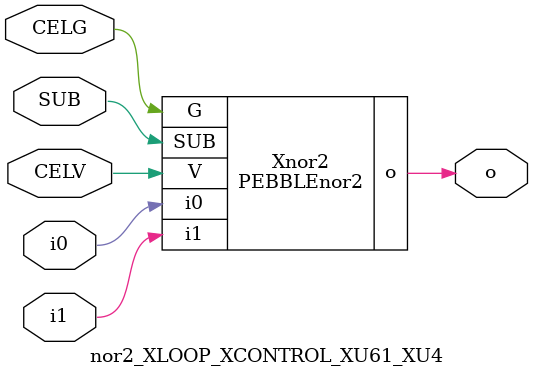
<source format=v>



module PEBBLEnor2 ( o, G, SUB, V, i0, i1 );

  input i0;
  input V;
  input i1;
  input G;
  output o;
  input SUB;
endmodule

//Celera Confidential Do Not Copy nor2_XLOOP_XCONTROL_XU61_XU4
//Celera Confidential Symbol Generator
//nor2
module nor2_XLOOP_XCONTROL_XU61_XU4 (CELV,CELG,i0,i1,o,SUB);
input CELV;
input CELG;
input i0;
input i1;
input SUB;
output o;

//Celera Confidential Do Not Copy nor2
PEBBLEnor2 Xnor2(
.V (CELV),
.i0 (i0),
.i1 (i1),
.o (o),
.SUB (SUB),
.G (CELG)
);
//,diesize,PEBBLEnor2

//Celera Confidential Do Not Copy Module End
//Celera Schematic Generator
endmodule

</source>
